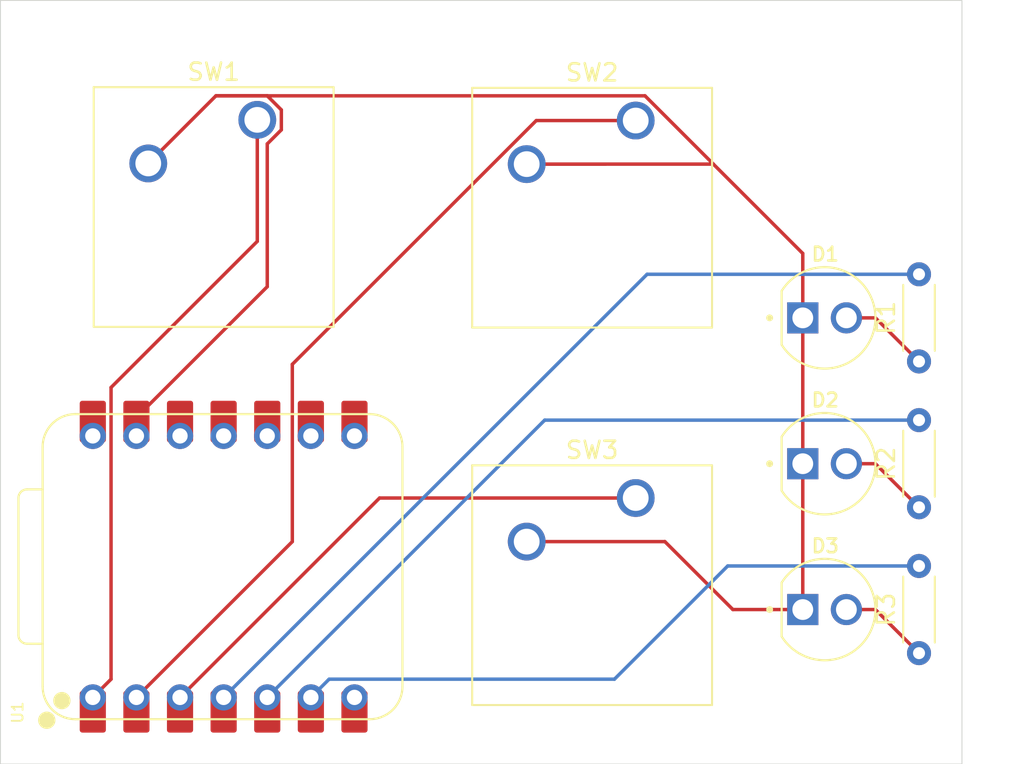
<source format=kicad_pcb>
(kicad_pcb (version 20241229) (generator "pcbnew") (generator_version "9.0")
  (layers (0 "F.Cu" signal) (2 "B.Cu" signal) (13 "F.Paste" user) (15 "B.Paste" user) (5 "F.SilkS" user "F.Silkscreen") (7 "B.SilkS" user "B.Silkscreen") (1 "F.Mask" user) (3 "B.Mask" user) (25 "Edge.Cuts" user))
  (net 0 "")
  (net 1 "GND")
  (net 2 "Net-(D1-PadA)")
  (net 3 "Net-(D2-PadA)")
  (net 4 "Net-(D3-PadA)")
  (net 5 "led1")
  (net 6 "led2")
  (net 7 "led3")
  (net 8 "button1")
  (net 9 "button2")
  (net 10 "button3")
  (footprint "footprints:LEDRD254W57D500H1070" (layer "F.Cu") (at 152 104)
    (property "Reference" "D2" (at 0.04 -3.708 0) (layer "F.SilkS") (effects (font (size 0.8 0.8))))
    (property "Value" "L08R5000Q1")
    (fp_line (start -2.5 -1.566) (end -2.5 1.566) (stroke (width 0.127)) (layer "F.SilkS"))
    (fp_arc (start -2.5 -1.566) (mid 2.961291 0) (end -2.5 1.566) (stroke (width 0.127)) (layer "F.SilkS"))
    (fp_circle (center -3.2 0) (end -3.1 0) (stroke (width 0.2)) (fill no) (layer "F.SilkS"))
    (pad "A" thru_hole circle (at 1.27 0) (size 1.815 1.815) (drill 1.21) (layers "*.Cu" "*.Mask") (net 3 "Net-(D2-PadA)"))
    (pad "C" thru_hole rect (at -1.27 0) (size 1.815 1.815) (drill 1.21) (layers "*.Cu" "*.Mask") (net 1 "GND"))
  )
  (footprint "footprints:XIAO-RP2040-DIP" (layer "F.Cu") (at 117 110 90)
    (property "Reference" "U1" (at -8.5 -12 90) (layer "F.SilkS") (effects (font (size 0.635 0.635) (thickness 0.1016))))
    (property "Value" "XIAO-RP2040-DIP")
    (fp_line (start -3.991272 -11.951) (end 4.004 -11.951) (stroke (width 0.127)) (layer "F.SilkS"))
    (fp_line (start 4.504 -11.451) (end 4.504 -10.541) (stroke (width 0.127)) (layer "F.SilkS"))
    (fp_line (start 6.985 -10.541) (end -6.985 -10.541) (stroke (width 0.1)) (layer "F.SilkS"))
    (fp_line (start 6.985 -10.541) (end -6.985 -10.541) (stroke (width 0.127)) (layer "F.SilkS"))
    (fp_line (start -4.495 -10.541) (end -4.491272 -11.451272) (stroke (width 0.127)) (layer "F.SilkS"))
    (fp_line (start 8.89 8.509) (end 8.89 -8.636) (stroke (width 0.127)) (layer "F.SilkS"))
    (fp_line (start -8.89 8.509) (end -8.89 -8.636) (stroke (width 0.127)) (layer "F.SilkS"))
    (fp_line (start -6.985 10.414) (end 6.985 10.414) (stroke (width 0.127)) (layer "F.SilkS"))
    (fp_arc (start 4.004 -11.951) (mid 4.357553 -11.804553) (end 4.504 -11.451) (stroke (width 0.127)) (layer "F.SilkS"))
    (fp_arc (start -4.491272 -11.451272) (mid -4.344728 -11.80464) (end -3.991272 -11.951) (stroke (width 0.127)) (layer "F.SilkS"))
    (fp_arc (start 6.985 -10.541) (mid 8.332038 -9.983038) (end 8.89 -8.636) (stroke (width 0.127)) (layer "F.SilkS"))
    (fp_arc (start -8.89 -8.636) (mid -8.332038 -9.983038) (end -6.985 -10.541) (stroke (width 0.127)) (layer "F.SilkS"))
    (fp_arc (start 8.89 8.509) (mid 8.332038 9.856038) (end 6.985 10.414) (stroke (width 0.127)) (layer "F.SilkS"))
    (fp_arc (start -6.985 10.414) (mid -8.332038 9.856038) (end -8.89 8.509) (stroke (width 0.127)) (layer "F.SilkS"))
    (fp_circle (center -8.95 -10.3) (end -8.95 -10.554) (stroke (width 0.5)) (fill yes) (layer "F.SilkS"))
    (fp_circle (center -7.807 -9.42) (end -7.807 -9.674) (stroke (width 0.5)) (fill yes) (layer "F.SilkS"))
    (pad "1" smd roundrect (at -8.455 -7.62 270) (size 2.432 1.524) (layers "F.Cu" "F.Mask") (roundrect_rratio 0.1) (net 8 "button1"))
    (pad "1" thru_hole circle (at -7.62 -7.62 270) (size 1.524 1.524) (drill 0.889) (layers "*.Cu" "*.Mask") (net 8 "button1"))
    (pad "2" smd roundrect (at -8.455 -5.08 270) (size 2.432 1.524) (layers "F.Cu" "F.Mask") (roundrect_rratio 0.1) (net 9 "button2"))
    (pad "2" thru_hole circle (at -7.62 -5.08 270) (size 1.524 1.524) (drill 0.889) (layers "*.Cu" "*.Mask") (net 9 "button2"))
    (pad "3" smd roundrect (at -8.455 -2.54 270) (size 2.432 1.524) (layers "F.Cu" "F.Mask") (roundrect_rratio 0.1) (net 10 "button3"))
    (pad "3" thru_hole circle (at -7.62 -2.54 270) (size 1.524 1.524) (drill 0.889) (layers "*.Cu" "*.Mask") (net 10 "button3"))
    (pad "4" smd roundrect (at -8.455 0 270) (size 2.432 1.524) (layers "F.Cu" "F.Mask") (roundrect_rratio 0.1) (net 5 "led1"))
    (pad "4" thru_hole circle (at -7.62 0 270) (size 1.524 1.524) (drill 0.889) (layers "*.Cu" "*.Mask") (net 5 "led1"))
    (pad "5" smd roundrect (at -8.455 2.54 270) (size 2.432 1.524) (layers "F.Cu" "F.Mask") (roundrect_rratio 0.1) (net 6 "led2"))
    (pad "5" thru_hole circle (at -7.62 2.54 270) (size 1.524 1.524) (drill 0.889) (layers "*.Cu" "*.Mask") (net 6 "led2"))
    (pad "6" smd roundrect (at -8.455 5.08 270) (size 2.432 1.524) (layers "F.Cu" "F.Mask") (roundrect_rratio 0.1) (net 7 "led3"))
    (pad "6" thru_hole circle (at -7.62 5.08 270) (size 1.524 1.524) (drill 0.889) (layers "*.Cu" "*.Mask") (net 7 "led3"))
    (pad "7" smd roundrect (at -8.455 7.62 270) (size 2.432 1.524) (layers "F.Cu" "F.Mask") (roundrect_rratio 0.1))
    (pad "7" thru_hole circle (at -7.62 7.62 270) (size 1.524 1.524) (drill 0.889) (layers "*.Cu" "*.Mask"))
    (pad "8" thru_hole circle (at 7.62 7.62 90) (size 1.524 1.524) (drill 0.889) (layers "*.Cu" "*.Mask"))
    (pad "8" smd roundrect (at 8.455 7.62 90) (size 2.432 1.524) (layers "F.Cu" "F.Mask") (roundrect_rratio 0.1))
    (pad "9" thru_hole circle (at 7.62 5.08 90) (size 1.524 1.524) (drill 0.889) (layers "*.Cu" "*.Mask"))
    (pad "9" smd roundrect (at 8.455 5.08 90) (size 2.432 1.524) (layers "F.Cu" "F.Mask") (roundrect_rratio 0.1))
    (pad "10" thru_hole circle (at 7.62 2.54 90) (size 1.524 1.524) (drill 0.889) (layers "*.Cu" "*.Mask"))
    (pad "10" smd roundrect (at 8.455 2.54 90) (size 2.432 1.524) (layers "F.Cu" "F.Mask") (roundrect_rratio 0.1))
    (pad "11" thru_hole circle (at 7.62 0 90) (size 1.524 1.524) (drill 0.889) (layers "*.Cu" "*.Mask"))
    (pad "11" smd roundrect (at 8.455 0 90) (size 2.432 1.524) (layers "F.Cu" "F.Mask") (roundrect_rratio 0.1))
    (pad "12" thru_hole circle (at 7.62 -2.54 90) (size 1.524 1.524) (drill 0.889) (layers "*.Cu" "*.Mask"))
    (pad "12" smd roundrect (at 8.455 -2.54 90) (size 2.432 1.524) (layers "F.Cu" "F.Mask") (roundrect_rratio 0.1))
    (pad "13" thru_hole circle (at 7.62 -5.08 90) (size 1.524 1.524) (drill 0.889) (layers "*.Cu" "*.Mask") (net 1 "GND"))
    (pad "13" smd roundrect (at 8.455 -5.08 90) (size 2.432 1.524) (layers "F.Cu" "F.Mask") (roundrect_rratio 0.1) (net 1 "GND"))
    (pad "14" thru_hole circle (at 7.62 -7.62 90) (size 1.524 1.524) (drill 0.889) (layers "*.Cu" "*.Mask"))
    (pad "14" smd roundrect (at 8.455 -7.62 90) (size 2.432 1.524) (layers "F.Cu" "F.Mask") (roundrect_rratio 0.1))
  )
  (footprint "Button_Switch_Keyboard:SW_Cherry_MX_1.00u_PCB" (layer "F.Cu") (at 118.96 83.96)
    (property "Reference" "SW1" (at -2.54 -2.794 0) (layer "F.SilkS"))
    (property "Value" "SW_Push")
    (fp_line (start -9.525 -1.905) (end 4.445 -1.905) (stroke (width 0.12)) (layer "F.SilkS"))
    (fp_line (start -9.525 12.065) (end -9.525 -1.905) (stroke (width 0.12)) (layer "F.SilkS"))
    (fp_line (start 4.445 -1.905) (end 4.445 12.065) (stroke (width 0.12)) (layer "F.SilkS"))
    (fp_line (start 4.445 12.065) (end -9.525 12.065) (stroke (width 0.12)) (layer "F.SilkS"))
    (pad "" np_thru_hole circle (at -7.62 5.08) (size 1.7 1.7) (drill 1.7) (layers "*.Cu" "*.Mask"))
    (pad "" np_thru_hole circle (at -2.54 5.08) (size 4 4) (drill 4) (layers "*.Cu" "*.Mask"))
    (pad "" np_thru_hole circle (at 2.54 5.08) (size 1.7 1.7) (drill 1.7) (layers "*.Cu" "*.Mask"))
    (pad "1" thru_hole circle (at 0 0) (size 2.2 2.2) (drill 1.5) (layers "*.Cu" "*.Mask") (net 8 "button1"))
    (pad "2" thru_hole circle (at -6.35 2.54) (size 2.2 2.2) (drill 1.5) (layers "*.Cu" "*.Mask") (net 1 "GND"))
  )
  (footprint "Resistor_THT:R_Axial_DIN0204_L3.6mm_D1.6mm_P5.08mm_Horizontal" (layer "F.Cu") (at 157.5 115.04 90)
    (property "Reference" "R3" (at 2.54 -1.92 90) (layer "F.SilkS"))
    (property "Value" "R")
    (fp_line (start 0.62 -0.92) (end 4.46 -0.92) (stroke (width 0.12)) (layer "F.SilkS"))
    (fp_line (start 0.62 0.92) (end 4.46 0.92) (stroke (width 0.12)) (layer "F.SilkS"))
    (pad "1" thru_hole circle (at 0 0 90) (size 1.4 1.4) (drill 0.7) (layers "*.Cu" "*.Mask") (net 4 "Net-(D3-PadA)"))
    (pad "2" thru_hole circle (at 5.08 0 90) (size 1.4 1.4) (drill 0.7) (layers "*.Cu" "*.Mask") (net 7 "led3"))
  )
  (footprint "Resistor_THT:R_Axial_DIN0204_L3.6mm_D1.6mm_P5.08mm_Horizontal" (layer "F.Cu") (at 157.5 98.04 90)
    (property "Reference" "R1" (at 2.54 -1.92 90) (layer "F.SilkS"))
    (property "Value" "R")
    (fp_line (start 0.62 -0.92) (end 4.46 -0.92) (stroke (width 0.12)) (layer "F.SilkS"))
    (fp_line (start 0.62 0.92) (end 4.46 0.92) (stroke (width 0.12)) (layer "F.SilkS"))
    (pad "1" thru_hole circle (at 0 0 90) (size 1.4 1.4) (drill 0.7) (layers "*.Cu" "*.Mask") (net 2 "Net-(D1-PadA)"))
    (pad "2" thru_hole circle (at 5.08 0 90) (size 1.4 1.4) (drill 0.7) (layers "*.Cu" "*.Mask") (net 5 "led1"))
  )
  (footprint "Resistor_THT:R_Axial_DIN0204_L3.6mm_D1.6mm_P5.08mm_Horizontal" (layer "F.Cu") (at 157.5 106.54 90)
    (property "Reference" "R2" (at 2.54 -1.92 90) (layer "F.SilkS"))
    (property "Value" "R")
    (fp_line (start 0.62 -0.92) (end 4.46 -0.92) (stroke (width 0.12)) (layer "F.SilkS"))
    (fp_line (start 0.62 0.92) (end 4.46 0.92) (stroke (width 0.12)) (layer "F.SilkS"))
    (pad "1" thru_hole circle (at 0 0 90) (size 1.4 1.4) (drill 0.7) (layers "*.Cu" "*.Mask") (net 3 "Net-(D2-PadA)"))
    (pad "2" thru_hole circle (at 5.08 0 90) (size 1.4 1.4) (drill 0.7) (layers "*.Cu" "*.Mask") (net 6 "led2"))
  )
  (footprint "Button_Switch_Keyboard:SW_Cherry_MX_1.00u_PCB" (layer "F.Cu") (at 141 106)
    (property "Reference" "SW3" (at -2.54 -2.794 0) (layer "F.SilkS"))
    (property "Value" "SW_Push")
    (fp_line (start -9.525 -1.905) (end 4.445 -1.905) (stroke (width 0.12)) (layer "F.SilkS"))
    (fp_line (start -9.525 12.065) (end -9.525 -1.905) (stroke (width 0.12)) (layer "F.SilkS"))
    (fp_line (start 4.445 -1.905) (end 4.445 12.065) (stroke (width 0.12)) (layer "F.SilkS"))
    (fp_line (start 4.445 12.065) (end -9.525 12.065) (stroke (width 0.12)) (layer "F.SilkS"))
    (pad "" np_thru_hole circle (at -7.62 5.08) (size 1.7 1.7) (drill 1.7) (layers "*.Cu" "*.Mask"))
    (pad "" np_thru_hole circle (at -2.54 5.08) (size 4 4) (drill 4) (layers "*.Cu" "*.Mask"))
    (pad "" np_thru_hole circle (at 2.54 5.08) (size 1.7 1.7) (drill 1.7) (layers "*.Cu" "*.Mask"))
    (pad "1" thru_hole circle (at 0 0) (size 2.2 2.2) (drill 1.5) (layers "*.Cu" "*.Mask") (net 10 "button3"))
    (pad "2" thru_hole circle (at -6.35 2.54) (size 2.2 2.2) (drill 1.5) (layers "*.Cu" "*.Mask") (net 1 "GND"))
  )
  (footprint "footprints:LEDRD254W57D500H1070" (layer "F.Cu") (at 152 95.5)
    (property "Reference" "D1" (at 0.04 -3.708 0) (layer "F.SilkS") (effects (font (size 0.8 0.8))))
    (property "Value" "L08R5000Q1")
    (fp_line (start -2.5 -1.566) (end -2.5 1.566) (stroke (width 0.127)) (layer "F.SilkS"))
    (fp_arc (start -2.5 -1.566) (mid 2.961291 0) (end -2.5 1.566) (stroke (width 0.127)) (layer "F.SilkS"))
    (fp_circle (center -3.2 0) (end -3.1 0) (stroke (width 0.2)) (fill no) (layer "F.SilkS"))
    (pad "A" thru_hole circle (at 1.27 0) (size 1.815 1.815) (drill 1.21) (layers "*.Cu" "*.Mask") (net 2 "Net-(D1-PadA)"))
    (pad "C" thru_hole rect (at -1.27 0) (size 1.815 1.815) (drill 1.21) (layers "*.Cu" "*.Mask") (net 1 "GND"))
  )
  (footprint "footprints:LEDRD254W57D500H1070" (layer "F.Cu") (at 152 112.5)
    (property "Reference" "D3" (at 0.04 -3.708 0) (layer "F.SilkS") (effects (font (size 0.8 0.8))))
    (property "Value" "L08R5000Q1")
    (fp_line (start -2.5 -1.566) (end -2.5 1.566) (stroke (width 0.127)) (layer "F.SilkS"))
    (fp_arc (start -2.5 -1.566) (mid 2.961291 0) (end -2.5 1.566) (stroke (width 0.127)) (layer "F.SilkS"))
    (fp_circle (center -3.2 0) (end -3.1 0) (stroke (width 0.2)) (fill no) (layer "F.SilkS"))
    (pad "A" thru_hole circle (at 1.27 0) (size 1.815 1.815) (drill 1.21) (layers "*.Cu" "*.Mask") (net 4 "Net-(D3-PadA)"))
    (pad "C" thru_hole rect (at -1.27 0) (size 1.815 1.815) (drill 1.21) (layers "*.Cu" "*.Mask") (net 1 "GND"))
  )
  (footprint "Button_Switch_Keyboard:SW_Cherry_MX_1.00u_PCB" (layer "F.Cu") (at 141 84)
    (property "Reference" "SW2" (at -2.54 -2.794 0) (layer "F.SilkS"))
    (property "Value" "SW_Push")
    (fp_line (start -9.525 -1.905) (end 4.445 -1.905) (stroke (width 0.12)) (layer "F.SilkS"))
    (fp_line (start -9.525 12.065) (end -9.525 -1.905) (stroke (width 0.12)) (layer "F.SilkS"))
    (fp_line (start 4.445 -1.905) (end 4.445 12.065) (stroke (width 0.12)) (layer "F.SilkS"))
    (fp_line (start 4.445 12.065) (end -9.525 12.065) (stroke (width 0.12)) (layer "F.SilkS"))
    (pad "" np_thru_hole circle (at -7.62 5.08) (size 1.7 1.7) (drill 1.7) (layers "*.Cu" "*.Mask"))
    (pad "" np_thru_hole circle (at -2.54 5.08) (size 4 4) (drill 4) (layers "*.Cu" "*.Mask"))
    (pad "" np_thru_hole circle (at 2.54 5.08) (size 1.7 1.7) (drill 1.7) (layers "*.Cu" "*.Mask"))
    (pad "1" thru_hole circle (at 0 0) (size 2.2 2.2) (drill 1.5) (layers "*.Cu" "*.Mask") (net 9 "button2"))
    (pad "2" thru_hole circle (at -6.35 2.54) (size 2.2 2.2) (drill 1.5) (layers "*.Cu" "*.Mask") (net 1 "GND"))
  )
  (gr_rect (start 104 77) (end 160 121.5) (stroke (width 0.05)) (fill no) (layer "Edge.Cuts"))
  (segment (start 150.73 91.748686) (end 150.73 95.5) (width 0.2) (layer "F.Cu") (net 1))
  (segment (start 116.551 82.559) (end 141.540314 82.559) (width 0.2) (layer "F.Cu") (net 1))
  (segment (start 116.551 82.559) (end 119.540314 82.559) (width 0.2) (layer "F.Cu") (net 1))
  (segment (start 134.65 108.54) (end 142.69847 108.54) (width 0.2) (layer "F.Cu") (net 1))
  (segment (start 119.540314 85.361) (end 119.540314 93.682056) (width 0.2) (layer "F.Cu") (net 1))
  (segment (start 119.540314 93.682056) (end 111.92 101.30237) (width 0.2) (layer "F.Cu") (net 1))
  (segment (start 134.65 86.54) (end 139.244816 86.54) (width 0.2) (layer "F.Cu") (net 1))
  (segment (start 120.361 83.379686) (end 120.361 84.540314) (width 0.2) (layer "F.Cu") (net 1))
  (segment (start 142.69847 108.54) (end 146.65847 112.5) (width 0.2) (layer "F.Cu") (net 1))
  (segment (start 120.361 84.540314) (end 119.540314 85.361) (width 0.2) (layer "F.Cu") (net 1))
  (segment (start 145.521314 86.54) (end 150.73 91.748686) (width 0.2) (layer "F.Cu") (net 1))
  (segment (start 111.92 101.30237) (end 111.92 102.38) (width 0.2) (layer "F.Cu") (net 1))
  (segment (start 146.65847 112.5) (end 150.73 112.5) (width 0.2) (layer "F.Cu") (net 1))
  (segment (start 134.65 86.54) (end 145.521314 86.54) (width 0.2) (layer "F.Cu") (net 1))
  (segment (start 141.540314 82.559) (end 145.521314 86.54) (width 0.2) (layer "F.Cu") (net 1))
  (segment (start 150.73 104) (end 150.73 112.5) (width 0.2) (layer "F.Cu") (net 1))
  (segment (start 119.540314 82.559) (end 120.361 83.379686) (width 0.2) (layer "F.Cu") (net 1))
  (segment (start 150.73 95.5) (end 150.73 104) (width 0.2) (layer "F.Cu") (net 1))
  (segment (start 112.61 86.5) (end 116.551 82.559) (width 0.2) (layer "F.Cu") (net 1))
  (segment (start 153.27 95.5) (end 154.96 95.5) (width 0.2) (layer "F.Cu") (net 2))
  (segment (start 154.96 95.5) (end 157.5 98.04) (width 0.2) (layer "F.Cu") (net 2))
  (segment (start 154.96 104) (end 157.5 106.54) (width 0.2) (layer "F.Cu") (net 3))
  (segment (start 153.27 104) (end 154.96 104) (width 0.2) (layer "F.Cu") (net 3))
  (segment (start 154.96 112.5) (end 157.5 115.04) (width 0.2) (layer "F.Cu") (net 4))
  (segment (start 153.27 112.5) (end 154.96 112.5) (width 0.2) (layer "F.Cu") (net 4))
  (segment (start 141.66 92.96) (end 117 117.62) (width 0.2) (layer "B.Cu") (net 5))
  (segment (start 157.5 92.96) (end 141.66 92.96) (width 0.2) (layer "B.Cu") (net 5))
  (segment (start 135.7 101.46) (end 119.54 117.62) (width 0.2) (layer "B.Cu") (net 6))
  (segment (start 157.5 101.46) (end 135.7 101.46) (width 0.2) (layer "B.Cu") (net 6))
  (segment (start 139.76147 116.557) (end 123.143 116.557) (width 0.2) (layer "B.Cu") (net 7))
  (segment (start 123.143 116.557) (end 122.08 117.62) (width 0.2) (layer "B.Cu") (net 7))
  (segment (start 157.5 109.96) (end 146.35847 109.96) (width 0.2) (layer "B.Cu") (net 7))
  (segment (start 146.35847 109.96) (end 139.76147 116.557) (width 0.2) (layer "B.Cu") (net 7))
  (segment (start 110.443 99.557) (end 110.443 116.557) (width 0.2) (layer "F.Cu") (net 8))
  (segment (start 110.443 116.557) (end 109.38 117.62) (width 0.2) (layer "F.Cu") (net 8))
  (segment (start 118.96 83.96) (end 118.96 91.04) (width 0.2) (layer "F.Cu") (net 8))
  (segment (start 118.96 91.04) (end 110.443 99.557) (width 0.2) (layer "F.Cu") (net 8))
  (segment (start 141 84) (end 135.208686 84) (width 0.2) (layer "F.Cu") (net 9))
  (segment (start 135.208686 84) (end 121 98.208686) (width 0.2) (layer "F.Cu") (net 9))
  (segment (start 121 108.54) (end 111.92 117.62) (width 0.2) (layer "F.Cu") (net 9))
  (segment (start 121 98.208686) (end 121 108.54) (width 0.2) (layer "F.Cu") (net 9))
  (segment (start 141 106) (end 126.08 106) (width 0.2) (layer "F.Cu") (net 10))
  (segment (start 126.08 106) (end 114.46 117.62) (width 0.2) (layer "F.Cu") (net 10))
)
</source>
